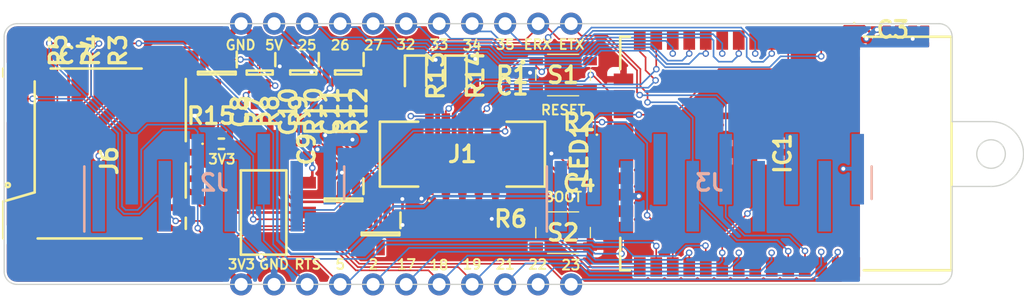
<source format=kicad_pcb>
(kicad_pcb (version 20211014) (generator pcbnew)
  (layers (0 "F.Cu" signal) (31 "B.Cu" signal) (34 "B.Paste" user) (35 "F.Paste" user) (36 "B.SilkS" user "B.Silkscreen") (37 "F.SilkS" user "F.Silkscreen") (38 "B.Mask" user) (39 "F.Mask" user) (44 "Edge.Cuts" user))
  (net 0 "")
  (net 1 "GND")
  (net 2 "RESET")
  (net 3 "+3V3")
  (net 4 "+5V")
  (net 5 "+LDO_3V3")
  (net 7 "GPIO39")
  (net 8 "GPIO34")
  (net 9 "GPIO35")
  (net 10 "GPIO32")
  (net 11 "GPIO33")
  (net 12 "GPIO25")
  (net 13 "GPIO26")
  (net 14 "GPIO27")
  (net 15 "TMS")
  (net 16 "TDI")
  (net 17 "TCK")
  (net 24 "TDO")
  (net 25 "GPIO02")
  (net 26 "Net-(IC1-Pad25)")
  (net 27 "GPIO04")
  (net 28 "GPIO16")
  (net 29 "GPIO17")
  (net 30 "GPIO05")
  (net 31 "GPIO18")
  (net 32 "GPIO19")
  (net 34 "GPIO21")
  (net 35 "TX")
  (net 36 "RX")
  (net 37 "GPIO22")
  (net 38 "GPIO23")
  (net 39 "Net-(IC2-Pad1)")
  (net 40 "+ext_3V3")
  (net 41 "Net-(IC4-Pad1)")
  (net 42 "Net-(IC5-Pad1)")
  (net 43 "+ext_5V")
  (net 44 "FLP_GPIO_0")
  (net 45 "GPIO36")
  (net 46 "GPIO017")
  (net 49 "Net-(J6-Pad2)")
  (net 50 "Net-(J6-Pad3)")
  (net 51 "Net-(J6-Pad5)")
  (net 54 "Net-(LED1-Pad3)")
  (net 55 "Net-(LED2-Pad2)")
  (net 56 "Net-(LED3-Pad2)")
  (net 57 "Net-(LED4-Pad1)")
  (net 58 "Net-(R7-Pad2)")
  (net 59 "Net-(R9-Pad2)")
  (net 60 "Net-(R11-Pad2)")
  (footprint "Libraries:RESC1005X40N" (layer "F.Cu") (at 134.96 96.59 90)
    (fp_text reference "R10")
    (fp_text value "100K" hide)
  )
  (footprint "Libraries:RESC1005X40N" (layer "F.Cu") (at 127.05 96.95)
    (fp_text reference "R15")
    (fp_text value "1K" hide)
  )
  (footprint "Libraries:RESC1005X40N" (layer "F.Cu") (at 150.11 104.89 180)
    (fp_text reference "R6")
    (fp_text value "10k" hide)
  )
  (footprint "Libraries:CAPC1005X55N" (layer "F.Cu") (at 116.54 92.27 180)
    (fp_text reference "C7")
    (fp_text value "100n" hide)
  )
  (footprint "Libraries:RESC1005X40N" (layer "F.Cu") (at 115.3 91.9 -90)
    (fp_text reference "R5")
    (fp_text value "1K" hide)
  )
  (footprint "SamacSys_Parts:SOT96P240X120-3N" (layer "F.Cu") (at 127.5 93.65 -90)
    (fp_text reference "IC2" hide)
    (fp_text value "DMP1045U-7" hide)
  )
  (footprint "SamacSys_Parts:SOT96P240X120-3N" (layer "F.Cu") (at 137.25 103.425 -90)
    (fp_text reference "IC4" hide)
    (fp_text value "DMP1045U-7" hide)
  )
  (footprint "Connector_PinHeader_2.54mm:PinHeader_1x11_P2.54mm_Vertical" (layer "F.Cu") (at 129.37 109.94 90)
    (fp_text reference "J4" hide)
    (fp_text value "Conn_01x11" hide)
  )
  (footprint "Libraries:CAPC1005X55N" (layer "F.Cu") (at 136.225 96.6 90)
    (fp_text reference "C11")
    (fp_text value "100n" hide)
  )
  (footprint "SamacSys_Parts:CAPC1005X80N" (layer "F.Cu") (at 181.525 90.35 180)
    (fp_text reference "C2" hide)
    (fp_text value "22uF" hide)
  )
  (footprint "Libraries:503398-1892" (layer "F.Cu") (at 111.06 106.4 90)
    (fp_text reference "J6")
    (fp_text value "503398-1892" hide)
  )
  (footprint "Libraries:WS2812B2020" (layer "F.Cu") (at 155.4 99.8 90)
    (fp_text reference "LED1")
    (fp_text value "WS2812B-2020" hide)
  )
  (footprint "Libraries:RESC1005X40N" (layer "F.Cu") (at 117.82 91.9 -90)
    (fp_text reference "R4")
    (fp_text value "1K" hide)
  )
  (footprint "SamacSys_Parts:CAPC1005X70N" (layer "F.Cu") (at 133.1 99.5 -90)
    (fp_text reference "C6" hide)
    (fp_text value "10uF" hide)
  )
  (footprint "Libraries:ESP32WROOM32EN4" (layer "F.Cu") (at 171.3 99.85 -90)
    (fp_text reference "IC1")
    (fp_text value "ESP32-WROOM-32E-N4" hide)
  )
  (footprint "SamacSys_Parts:19217R6CAL1M2VY3T" (layer "F.Cu") (at 127.85 99.1 180)
    (fp_text reference "LED4" hide)
    (fp_text value "3V3" hide)
  )
  (footprint "Libraries:RESC1005X40N" (layer "F.Cu") (at 155.4 97.43 180)
    (fp_text reference "R2")
    (fp_text value "220" hide)
  )
  (footprint "Libraries:322010030000" (layer "F.Cu") (at 146.4 99.9)
    (fp_text reference "J1")
    (fp_text value "3220-10-0300-00" hide)
  )
  (footprint "SamacSys_Parts:CAPC1005X80N" (layer "F.Cu") (at 126.1 102.25 -90)
    (fp_text reference "C5" hide)
    (fp_text value "22uF" hide)
  )
  (footprint "SamacSys_Parts:SOT96P240X120-3N" (layer "F.Cu") (at 140.1 106.05 -90)
    (fp_text reference "IC5" hide)
    (fp_text value "DMP1045U-7" hide)
  )
  (footprint "SamacSys_Parts:LEDC1608X50N" (layer "F.Cu") (at 142.8 93.85 -90)
    (fp_text reference "LED2" hide)
    (fp_text value "TX" hide)
  )
  (footprint "Libraries:SKRPABE010" (layer "F.Cu") (at 154.15 105.95)
    (fp_text reference "S2")
    (fp_text value "SKRPABE010" hide)
  )
  (footprint "Libraries:CAPC1005X55N" (layer "F.Cu") (at 155.39 102.15)
    (fp_text reference "C4")
    (fp_text value "100nF" hide)
  )
  (footprint "SamacSys_Parts:SOT230P700X180-4N" (layer "F.Cu") (at 131.1 104.4 180)
    (fp_text reference "IC3" hide)
    (fp_text value "AZ1117H-3.3TRE1" hide)
  )
  (footprint "Libraries:CAPC1005X55N" (layer "F.Cu") (at 179.525 90.3)
    (fp_text reference "C3")
    (fp_text value "100n" hide)
  )
  (footprint "Libraries:CAPC1005X55N" (layer "F.Cu") (at 129.29 96.62 90)
    (fp_text reference "C8")
    (fp_text value "100n" hide)
  )
  (footprint "SamacSys_Parts:SOT65P210X110-6N" (layer "F.Cu") (at 137.6 93.6 -90)
    (fp_text reference "U3" hide)
    (fp_text value "MMDT2907A-7-F" hide)
  )
  (footprint "Libraries:SKRPABE010" (layer "F.Cu") (at 154.15 93.8)
    (fp_text reference "S1")
    (fp_text value "SKRPABE010" hide)
  )
  (footprint "Libraries:RESC1005X40N" (layer "F.Cu") (at 150.25 93.8)
    (fp_text reference "R1")
    (fp_text value "10k" hide)
  )
  (footprint "Libraries:CAPC1005X55N" (layer "F.Cu") (at 134.42 99.51 -90)
    (fp_text reference "C9")
    (fp_text value "100n" hide)
  )
  (footprint "Libraries:RESC1005X40N" (layer "F.Cu") (at 131.61 96.6 90)
    (fp_text reference "R8")
    (fp_text value "100K" hide)
  )
  (footprint "Connector_PinHeader_2.54mm:PinHeader_1x11_P2.54mm_Vertical" (layer "F.Cu") (at 129.37 89.84 90)
    (fp_text reference "J5" hide)
    (fp_text value "Conn_01x11" hide)
  )
  (footprint "Libraries:RESC1005X40N" (layer "F.Cu") (at 138.4 96.6 90)
    (fp_text reference "R12")
    (fp_text value "100K" hide)
  )
  (footprint "Libraries:CAPC1005X60N" (layer "F.Cu") (at 150.23 94.69 180)
    (fp_text reference "C1")
    (fp_text value "1u" hide)
  )
  (footprint "Libraries:RESC1005X40N" (layer "F.Cu") (at 137.2 96.6 90)
    (fp_text reference "R11")
    (fp_text value "100K" hide)
  )
  (footprint "Libraries:CAPC1005X55N" (layer "F.Cu") (at 133 96.625 90)
    (fp_text reference "C10")
    (fp_text value "100n" hide)
  )
  (footprint "Libraries:RESC1005X40N" (layer "F.Cu") (at 144.35 93.85 -90)
    (fp_text reference "R13")
    (fp_text value "1K" hide)
  )
  (footprint "Libraries:RESC1005X40N" (layer "F.Cu") (at 147.4 93.8 -90)
    (fp_text reference "R14")
    (fp_text value "1K" hide)
  )
  (footprint "SamacSys_Parts:SOT65P210X110-6N" (layer "F.Cu") (at 134.15 93.6 -90)
    (fp_text reference "U2" hide)
    (fp_text value "MMDT2907A-7-F" hide)
  )
  (footprint "Libraries:RESC1005X40N" (layer "F.Cu") (at 133.79 96.59 90)
    (fp_text reference "R9")
    (fp_text value "100K" hide)
  )
  (footprint "SamacSys_Parts:SOT65P210X110-6N" (layer "F.Cu") (at 130.8 93.61 -90)
    (fp_text reference "U1" hide)
    (fp_text value "MMDT2907A-7-F" hide)
  )
  (footprint "Libraries:RESC1005X40N" (layer "F.Cu") (at 119.9 91.91 -90)
    (fp_text reference "R3")
    (fp_text value "1K" hide)
  )
  (footprint "Libraries:RESC1005X40N" (layer "F.Cu") (at 130.41 96.61 90)
    (fp_text reference "R7")
    (fp_text value "100K" hide)
  )
  (footprint "SamacSys_Parts:LEDC1608X50N" (layer "F.Cu") (at 145.9 93.85 -90)
    (fp_text reference "LED3" hide)
    (fp_text value "RX" hide)
  )
  (footprint "Libraries:HUSRSP10W66P254_2500X250X850P" (layer "B.Cu") (at 165.4 102.1)
    (fp_text reference "J3")
    (fp_text value "DZ254S-11-10-48" hide)
  )
  (footprint "Libraries:HUSRSP8W66P254_2000X250X850P" (layer "B.Cu") (at 127.3 102.1)
    (fp_text reference "J2")
    (fp_text value "X6511WVS-08H-C60D48R2" hide)
  )
  (gr_arc locked (start 112.13 109.94) (mid 111.422893 109.647107) (end 111.13 108.94) (layer "Edge.Cuts") (width 0.1))
  (gr_line locked (start 184.09 108.94) (end 184.09 102.39) (layer "Edge.Cuts") (width 0.1))
  (gr_line locked (start 184.09 97.39) (end 184.09 90.84) (layer "Edge.Cuts") (width 0.1))
  (gr_line locked (start 128.365 89.84) (end 112.13 89.84) (layer "Edge.Cuts") (width 0.1))
  (gr_arc locked (start 184.09 108.94) (mid 183.797107 109.647107) (end 183.09 109.94) (layer "Edge.Cuts") (width 0.1))
  (gr_line locked (start 183.09 89.84) (end 155.765 89.84) (layer "Edge.Cuts") (width 0.1))
  (gr_line (start 128.365 109.94) (end 155.765 109.94) (layer "Edge.Cuts") (width 0.1))
  (gr_arc locked (start 111.13 90.84) (mid 111.422893 90.132893) (end 112.13 89.84) (layer "Edge.Cuts") (width 0.1))
  (gr_circle locked (center 187.09 99.89) (end 188.19 99.89) (layer "Edge.Cuts") (width 0.1) (fill none))
  (gr_line locked (start 111.13 90.84) (end 111.13 108.94) (layer "Edge.Cuts") (width 0.1))
  (gr_arc locked (start 187.09 97.39) (mid 189.59 99.89) (end 187.09 102.39) (layer "Edge.Cuts") (width 0.1))
  (gr_arc locked (start 183.09 89.84) (mid 183.797107 90.132893) (end 184.09 90.84) (layer "Edge.Cuts") (width 0.1))
  (gr_line locked (start 184.09 102.39) (end 187.09 102.39) (layer "Edge.Cuts") (width 0.1))
  (gr_line (start 128.385 89.84) (end 155.765 89.84) (layer "Edge.Cuts") (width 0.1))
  (gr_line locked (start 155.765 109.94) (end 183.09 109.94) (layer "Edge.Cuts") (width 0.1))
  (gr_line locked (start 187.09 97.39) (end 184.09 97.39) (layer "Edge.Cuts") (width 0.1))
  (gr_line locked (start 112.13 109.94) (end 128.365 109.94) (layer "Edge.Cuts") (width 0.1))
  (gr_text "25" (at 134.45 91.5) (layer "F.SilkS") (effects (font (size 0.75 0.75))))
  (gr_text "17" (at 142.1 108.4) (layer "F.SilkS") (effects (font (size 0.75 0.75))))
  (gr_text "3V3" (at 127.89 100.29) (layer "F.SilkS") (effects (font (size 0.75 0.75))))
  (gr_text "GND" (at 131.9 108.4) (layer "F.SilkS") (effects (font (size 0.75 0.75))))
  (gr_text "19" (at 147.15 108.4) (layer "F.SilkS") (effects (font (size 0.75 0.75))))
  (gr_text "33" (at 144.6 91.45) (layer "F.SilkS") (effects (font (size 0.75 0.75))))
  (gr_text "ERX" (at 152.2 91.45) (layer "F.SilkS") (effects (font (size 0.75 0.75))))
  (gr_text "23" (at 154.75 108.45) (layer "F.SilkS") (effects (font (size 0.75 0.75))))
  (gr_text "27" (at 139.55 91.5) (layer "F.SilkS") (effects (font (size 0.75 0.75))))
  (gr_text "34" (at 147.15 91.5) (layer "F.SilkS") (effects (font (size 0.75 0.75))))
  (gr_text "35" (at 149.7 91.45) (layer "F.SilkS") (effects (font (size 0.75 0.75))))
  (gr_text "BOOT" (at 154.15 103.2) (layer "F.SilkS") (effects (font (size 0.75 0.75))))
  (gr_text "RTS" (at 134.5 108.4) (layer "F.SilkS") (effects (font (size 0.75 0.75))))
  (gr_text "GND" (at 129.33 91.49) (layer "F.SilkS") (effects (font (size 0.75 0.75))))
  (gr_text "5" (at 137 108.4) (layer "F.SilkS") (effects (font (size 0.75 0.75))))
  (gr_text "2" (at 139.55 108.4) (layer "F.SilkS") (effects (font (size 0.75 0.75))))
  (gr_text "21" (at 149.7 108.4) (layer "F.SilkS") (effects (font (size 0.75 0.75))))
  (gr_text "3V3" (at 129.4 108.4) (layer "F.SilkS") (effects (font (size 0.75 0.75))))
  (gr_text "26" (at 137 91.5) (layer "F.SilkS") (effects (font (size 0.75 0.75))))
  (gr_text "ETX" (at 154.8 91.45) (layer "F.SilkS") (effects (font (size 0.75 0.75))))
  (gr_text "22" (at 152.2 108.4) (layer "F.SilkS") (effects (font (size 0.75 0.75))))
  (gr_text "5V" (at 131.9 91.5) (layer "F.SilkS") (effects (font (size 0.75 0.75))))
  (gr_text "18" (at 144.6 108.45) (layer "F.SilkS") (effects (font (size 0.75 0.75))))
  (gr_text "32" (at 142.05 91.45) (layer "F.SilkS") (effects (font (size 0.75 0.75))))
  (gr_text "RESET" (at 154.15 96.5) (layer "F.SilkS") (effects (font (size 0.75 0.75))))
  (segment (start 134.285 99.05) (end 134.275 99.04) (width 0.3) (layer "F.Cu") (net 1))
  (segment (start 134.77 99.05) (end 134.285 99.05) (width 0.3) (layer "F.Cu") (net 1))
  (segment (start 135.25 99.53) (end 134.77 99.05) (width 0.3) (layer "F.Cu") (net 1))
  (via (at 175.72 101.025) (size 0.5) (drill 0.3) (layers "F.Cu" "B.Cu") (net 1))
  (via (at 159.98 103.14) (size 0.5) (drill 0.3) (layers "F.Cu" "B.Cu") (net 1))
  (via (at 135.84 98.44) (size 0.5) (drill 0.3) (layers "F.Cu" "B.Cu") (net 1))
  (via (at 178.3 90.3) (size 0.5) (drill 0.3) (layers "F.Cu" "B.Cu") (net 1))
  (via (at 137.94 98.78) (size 0.5) (drill 0.3) (layers "F.Cu" "B.Cu") (net 1))
  (via (at 135.25 99.53) (size 0.5) (drill 0.3) (layers "F.Cu" "B.Cu") (net 1))
  (via (at 177.5 91) (size 0.5) (drill 0.3) (layers "F.Cu" "B.Cu") (net 1))
  (segment (start 135.84 98.46) (end 136.19 98.81) (width 0.3) (layer "B.Cu") (net 1))
  (segment (start 178.3 90.3) (end 178.2 90.3) (width 0.4) (layer "B.Cu") (net 1))
  (segment (start 136.22 98.78) (end 136.19 98.81) (width 0.3) (layer "B.Cu") (net 1))
  (segment (start 136.19 101.06) (end 136.19 99.72) (width 0.5) (layer "B.Cu") (net 1))
  (segment (start 178.2 90.3) (end 177.5 91) (width 0.4) (layer "B.Cu") (net 1))
  (segment (start 136.19 99.72) (end 136 99.53) (width 0.5) (layer "B.Cu") (net 1))
  (segment (start 175.72 101.025) (end 176.795 101.025) (width 0.3) (layer "B.Cu") (net 1))
  (segment (start 176.795 101.025) (end 176.83 101.06) (width 0.2) (layer "B.Cu") (net 1))
  (segment (start 136.19 101.06) (end 136.19 98.865) (width 0.2) (layer "B.Cu") (net 1))
  (segment (start 136.19 98.81) (end 136.19 98.865) (width 0.3) (layer "B.Cu") (net 1))
  (segment (start 135.84 98.44) (end 135.84 98.46) (width 0.3) (layer "B.Cu") (net 1))
  (segment (start 136.19 98.81) (end 136.19 101.06) (width 0.2) (layer "B.Cu") (net 1))
  (segment (start 159.05 103.14) (end 159.98 103.14) (width 0.5) (layer "B.Cu") (net 1))
  (segment (start 137.94 98.78) (end 136.22 98.78) (width 1) (layer "B.Cu") (net 1))
  (segment (start 136 99.53) (end 135.25 99.53) (width 0.5) (layer "B.Cu") (net 1))
  (segment (start 159.085 103.175) (end 159.05 103.14) (width 0.2) (layer "B.Cu") (net 1))
  (segment (start 152.075 92.725) (end 150.775 92.725) (width 0.127) (layer "F.Cu") (net 2))
  (segment (start 152.075 93.115) (end 152.075 92.725) (width 0.127) (layer "F.Cu") (net 2))
  (segment (start 149.7 94.62) (end 149.77 94.69) (width 0.127) (layer "F.Cu") (net 2))
  (segment (start 150.775 92.725) (end 149.7 93.8) (width 0.127) (layer "F.Cu") (net 2))
  (segment (start 149.77 98.06) (end 149.77 94.69) (width 0.127) (layer "F.Cu") (net 2))
  (segment (start 174.02 91.1) (end 174.02 92.36) (width 0.127) (layer "F.Cu") (net 2))
  (segment (start 152.51 93.55) (end 152.075 93.115) (width 0.127) (layer "F.Cu") (net 2))
  (segment (start 149.685 98.135) (end 148.94 98.135) (width 0.127) (layer "F.Cu") (net 2))
  (segment (start 149.675 93.8) (end 149.7 93.8) (width 0.2) (layer "F.Cu") (net 2))
  (segment (start 149.7 93.8) (end 149.7 94.62) (width 0.127) (layer "F.Cu") (net 2))
  (segment (start 149.69 98.14) (end 149.77 98.06) (width 0.127) (layer "F.Cu") (net 2))
  (via (at 149.69 98.14) (size 0.5) (drill 0.3) (layers "F.Cu" "B.Cu") (net 2))
  (via (at 152.51 93.55) (size 0.5) (drill 0.3) (layers "F.Cu" "B.Cu") (net 2))
  (via (at 174.02 92.36) (size 0.5) (drill 0.3) (layers "F.Cu" "B.Cu") (net 2))
  (segment (start 152.51 93.55) (end 152.8224 93.2376) (width 0.127) (layer "B.Cu") (net 2))
  (segment (start 133.65 103.7) (end 133.65 103.14) (width 0.127) (layer "B.Cu") (net 2))
  (segment (start 134.15 104.2) (end 133.65 103.7) (width 0.127) (layer "B.Cu") (net 2))
  (segment (start 170.05 93.2) (end 170.89 92.36) (width 0.127) (layer "B.Cu") (net 2))
  (segment (start 136.53 104.2) (end 134.15 104.2) (width 0.127) (layer "B.Cu") (net 2))
  (segment (start 157.071516 91.92408) (end 160.739977 91.92408) (width 0.127) (layer "B.Cu") (net 2))
  (segment (start 152.8224 93.2376) (end 155.757993 93.2376) (width 0.127) (layer "B.Cu") (net 2))
  (segment (start 149.6625 98.1125) (end 142.6175 98.1125) (width 0.127) (layer "B.Cu") (net 2))
  (segment (start 142.6175 98.1125) (end 136.53 104.2) (width 0.127) (layer "B.Cu") (net 2))
  (segment (start 155.757993 93.2376) (end 157.071516 91.92408) (width 0.127) (layer "B.Cu") (net 2))
  (segment (start 170.89 92.36) (end 174.02 92.36) (width 0.127) (layer "B.Cu") (net 2))
  (segment (start 160.739977 91.92408) (end 162.015897 93.2) (width 0.127) (layer "B.Cu") (net 2))
  (segment (start 149.69 98.14) (end 149.6625 98.1125) (width 0.127) (layer "B.Cu") (net 2))
  (segment (start 162.015897 93.2) (end 170.05 93.2) (width 0.127) (layer "B.Cu") (net 2))
  (segment (start 116.09 95.96) (end 113.12 98.93) (width 0.2) (layer "F.Cu") (net 3))
  (segment (start 113.12 98.93) (end 112.46 98.93) (width 0.2) (layer "F.Cu") (net 3))
  (segment (start 155.39 103.12) (end 154.95 103.12) (width 0.2) (layer "F.Cu") (net 3))
  (segment (start 147.4 92.57) (end 147.39 92.56) (width 0.2) (layer "F.Cu") (net 3))
  (segment (start 175.29 91.69) (end 175.29 91.1) (width 0.2) (layer "F.Cu") (net 3))
  (segment (start 155.95 100.715) (end 155.525 101.14) (width 0.2) (layer "F.Cu") (net 3))
  (segment (start 155.34 101.525) (end 153.95 101.525) (width 0.2) (layer "F.Cu") (net 3))
  (segment (start 131.82 92.61) (end 131.45 92.61) (width 0.2) (layer "F.Cu") (net 3))
  (segment (start 155.85 102.66) (end 155.39 103.12) (width 0.2) (layer "F.Cu") (net 3))
  (segment (start 175.810489 90.050489) (end 175.29 90.570978) (width 0.2) (layer "F.Cu") (net 3))
  (segment (start 179.985 90.3) (end 181.015 90.3) (width 0.5) (layer "F.Cu") (net 3))
  (segment (start 181.06 91.01) (end 181.065 91.005) (width 0.2) (layer "F.Cu") (net 3))
  (segment (start 143.25 103.325) (end 143.86 102.715) (width 0.2) (layer "F.Cu") (net 3))
  (segment (start 179.664511 90.909511) (end 178.180489 90.909511) (width 0.2) (layer "F.Cu") (net 3))
  (segment (start 153.95 101.525) (end 153.25 100.825) (width 0.2) (layer "F.Cu") (net 3))
  (segment (start 134.79 92.61) (end 134.8 92.6) (width 0.2) (layer "F.Cu") (net 3))
  (segment (start 179.985 90.3) (end 179.985 90.589022) (width 0.2) (layer "F.Cu") (net 3))
  (segment (start 116.09 91.47) (end 116.09 95.96) (width 0.2) (layer "F.Cu") (net 3))
  (segment (start 141.79 103.37) (end 141.79 105.3625) (width 0.2) (layer "F.Cu") (net 3))
  (segment (start 147.4 93.25) (end 147.4 92.57) (width 0.2) (layer "F.Cu") (net 3))
  (segment (start 179.985 90.589022) (end 179.664511 90.909511) (width 0.2) (layer "F.Cu") (net 3))
  (segment (start 178.180489 90.909511) (end 177.321467 90.050489) (width 0.2) (layer "F.Cu") (net 3))
  (segment (start 132.34 93.13) (end 131.82 92.61) (width 0.2) (layer "F.Cu") (net 3))
  (segment (start 141.78 103.36) (end 141.79 103.37) (width 0.2) (layer "F.Cu") (net 3))
  (segment (start 151.43 93.8) (end 151.61 93.62) (width 0.2) (layer "F.Cu") (net 3))
  (segment (start 116.1 91.46) (end 116.09 91.47) (width 0.2) (layer "F.Cu") (net 3))
  (segment (start 136.29 102.16) (end 136.29 102.375) (width 0.2) (layer "F.Cu") (net 3))
  (segment (start 150.785 93.815) (end 150.8 93.8) (width 0.127) (layer "F.Cu") (net 3))
  (segment (start 143.86 102.715) (end 143.86 101.665) (width 0.2) (layer "F.Cu") (net 3))
  (segment (start 126.54 96.91) (end 126.5 96.95) (width 0.2) (layer "F.Cu") (net 3))
  (segment (start 181.065 91.005) (end 181.065 90.35) (width 0.2) (layer "F.Cu") (net 3))
  (segment (start 134.79 93.57) (end 134.79 92.61) (width 0.2) (layer "F.Cu") (net 3))
  (segment (start 144.35 92.64) (end 144.34 92.63) (width 0.2) (layer "F.Cu") (net 3))
  (segment (start 126.54 92.6) (end 126.54 96.91) (width 0.2) (layer "F.Cu") (net 3))
  (segment (start 177.321467 90.050489) (end 175.810489 90.050489) (width 0.2) (layer "F.Cu") (net 3))
  (segment (start 175.29 90.570978) (end 175.29 91.1) (width 0.2) (layer "F.Cu") (net 3))
  (segment (start 155.85 102.15) (end 155.85 102.66) (width 0.2) (layer "F.Cu") (net 3))
  (segment (start 155.85 102.15) (end 155.85 100.815) (width 0.2) (layer "F.Cu") (net 3))
  (segment (start 155.85 100.815) (end 155.95 100.715) (width 0.2) (layer "F.Cu") (net 3))
  (segment (start 150.8 93.8) (end 151.43 93.8) (width 0.2) (layer "F.Cu") (net 3))
  (segment (start 144.35 93.3) (end 144.35 92.64) (width 0.2) (layer "F.Cu") (net 3))
  (segment (start 125.8 96.95) (end 126.5 96.95) (width 0.2) (layer "F.Cu") (net 3))
  (segment (start 155.525 101.14) (end 155.525 101.34) (width 0.2) (layer "F.Cu") (net 3))
  (segment (start 149.56 104.89) (end 148.66 104.89) (width 0.2) (layer "F.Cu") (net 3))
  (segment (start 155.525 101.34) (end 155.34 101.525) (width 0.2) (layer "F.Cu") (net 3))
  (segment (start 137.125 101.325) (end 136.29 102.16) (width 0.2) (layer "F.Cu") (net 3))
  (segment (start 181.015 90.3) (end 181.065 90.35) (width 0.2) (layer "F.Cu") (net 3))
  (segment (start 153.25 100.825) (end 153.25 99.85) (width 0.2) (layer "F.Cu") (net 3))
  (via (at 141.79 105.3625) (size 0.5) (drill 0.3) (layers "F.Cu" "B.Cu") (net 3))
  (via (at 181.06 91.01) (size 0.5) (drill 0.3) (layers "F.Cu" "B.Cu") (net 3))
  (via (at 137.125 101.325) (size 0.5) (drill 0.3) (layers "F.Cu" "B.Cu") (net 3))
  (via (at 148.66 104.89) (size 0.5) (drill 0.3) (layers "F.Cu" "B.Cu") (net 3))
  (via (at 153.25 99.85) (size 0.5) (drill 0.3) (layers "F.Cu" "B.Cu") (net 3))
  (via (at 141.78 103.36) (size 0.5) (drill 0.3) (layers "F.Cu" "B.Cu") (net 3))
  (via (at 143.25 103.325) (size 0.5) (drill 0.3) (layers "F.Cu" "B.Cu") (net 3))
  (via (at 125.8 96.95) (size 0.5) (drill 0.3) (layers "F.Cu" "B.Cu") (net 3))
  (via (at 144.34 92.63) (size 0.5) (drill 0.3) (layers "F.Cu" "B.Cu") (net 3))
  (via (at 154.95 103.12) (size 0.5) (drill 0.3) (layers "F.Cu" "B.Cu") (net 3))
  (via (at 132.34 93.13) (size 0.5) (drill 0.3) (layers "F.Cu" "B.Cu") (net 3))
  (via (at 134.79 93.57) (size 0.5) (drill 0.3) (layers "F.Cu" "B.Cu") (net 3))
  (via (at 147.39 92.56) (size 0.5) (drill 0.3) (layers "F.Cu" "B.Cu") (net 3))
  (via (at 151.61 93.62) (size 0.5) (drill 0.3) (layers "F.Cu" "B.Cu") (net 3))
  (via (at 116.1 91.46) (size 0.5) (drill 0.3) (layers "F.Cu" "B.Cu") (net 3))
  (segment (start 132.34 93.13) (end 132.78 93.57) (width 0.2) (layer "B.Cu") (net 3))
  (segment (start 131.665 109.84) (end 131.91 109.84) (width 0.2) (layer "B.Cu") (net 3))
  (segment (start 132.78 93.57) (end 134.79 93.57) (width 0.2) (layer "B.Cu") (net 3))
  (segment (start 136.625 91.8) (end 138.05 91.8) (width 0.2) (layer "F.Cu") (net 4))
  (segment (start 134.16 102.06) (end 134.2 102.1) (width 0.2) (layer "F.Cu") (net 4))
  (segment (start 134.29 99.975) (end 134.275 99.96) (width 0.2) (layer "F.Cu") (net 4))
  (segment (start 136.4 92.025) (end 136.625 91.8) (width 0.2) (layer "F.Cu") (net 4))
  (segment (start 133.81 99.96) (end 134.275 99.96) (width 0.2) (layer "F.Cu") (net 4))
  (segment (start 134.85 100.96) (end 134.85 101.59) (width 0.2) (layer "F.Cu") (net 4))
  (segment (start 138.25 92) (end 138.25 92.6) (width 0.2) (layer "F.Cu") (net 4))
  (segment (start 132.92 100.14) (end 133.1 99.96) (width 0.2) (layer "F.Cu") (net 4))
  (segment (start 139.14 104.365) (end 138.35 103.575) (width 0.2) (layer "F.Cu") (net 4))
  (segment (start 133.1 99.96) (end 133.81 99.96) (width 0.2) (layer "F.Cu") (net 4))
  (segment (start 138.05 91.8) (end 138.25 92) (width 0.2) (layer "F.Cu") (net 4))
  (segment (start 136.4 94.625) (end 136.4 92.025) (width 0.2) (layer "F.Cu") (net 4))
  (segment (start 132.92 103) (end 132.92 100.14) (width 0.2) (layer "F.Cu") (net 4))
  (segment (start 134.85 100.96) (end 134.85 100.535) (width 0.2) (layer "F.Cu") (net 4))
  (segment (start 134.85 100.535) (end 134.275 99.96) (width 0.2) (layer "F.Cu") (net 4))
  (segment (start 134.85 101.59) (end 134.34 102.1) (width 0.2) (layer "F.Cu") (net 4))
  (segment (start 136.2 94.825) (end 136.4 94.625) (width 0.2) (layer "F.Cu") (net 4))
  (segment (start 138.35 103.575) (end 133.495 103.575) (width 0.2) (layer "F.Cu") (net 4))
  (segment (start 139.14 105) (end 139.14 104.365) (width 0.2) (layer "F.Cu") (net 4))
  (segment (start 134.34 102.1) (end 134.2 102.1) (width 0.2) (layer "F.Cu") (net 4))
  (segment (start 133.495 103.575) (end 132.92 103) (width 0.2) (layer "F.Cu") (net 4))
  (via (at 134.85 100.96) (size 0.5) (drill 0.3) (layers "F.Cu" "B.Cu") (net 4))
  (via (at 136.2 94.825) (size 0.5) (drill 0.3) (layers "F.Cu" "B.Cu") (net 4))
  (segment (start 132.20952 90.13952) (end 131.91 90.13952) (width 0.2) (layer "B.Cu") (net 4))
  (segment (start 133.81 97.215) (end 136.2 94.825) (width 0.2) (layer "B.Cu") (net 4))
  (segment (start 133.81 98.05) (end 133.81 97.215) (width 0.2) (layer "B.Cu") (net 4))
  (segment (start 133.81 99.16) (end 133.81 98.05) (width 0.2) (layer "B.Cu") (net 4))
  (segment (start 136.2 94.825) (end 136.2 94.13) (width 0.2) (layer "B.Cu") (net 4))
  (segment (start 136.2 94.13) (end 132.20952 90.13952) (width 0.2) (layer "B.Cu") (net 4))
  (segment (start 134.85 100.96) (end 134.85 100.2) (width 0.2) (layer "B.Cu") (net 4))
  (segment (start 134.85 100.2) (end 133.81 99.16) (width 0.2) (layer "B.Cu") (net 4))
  (segment (start 133.71 104.4) (end 134.2 104.4) (width 0.2) (layer "F.Cu") (net 5))
  (segment (start 133.5 94.6) (end 133.5 95.15) (width 0.2) (layer "F.Cu") (net 5))
  (segment (start 134.2 104.4) (end 132.29 104.4) (width 0.2) (layer "F.Cu") (net 5))
  (segment (start 126.1 102.71) (end 126.1 103.775) (width 0.2) (layer "F.Cu") (net 5))
  (segment (start 126.725 104.4) (end 128 104.4) (width 0.2) (layer "F.Cu") (net 5))
  (segment (start 132.33 96.81) (end 132.33 103.02) (width 0.2) (layer "F.Cu") (net 5))
  (segment (start 133.5 95.15) (end 133 95.65) (width 0.2) (layer "F.Cu") (net 5))
  (segment (start 134.275 104.475) (end 134.2 104.4) (width 0.2) (layer "F.Cu") (net 5))
  (segment (start 132.975 96.165) (end 132.33 96.81) (width 0.2) (layer "F.Cu") (net 5))
  (segment (start 126.1 103.775) (end 126.725 104.4) (width 0.2) (layer "F.Cu") (net 5))
  (segment (start 137.25 104.475) (end 134.275 104.475) (width 0.2) (layer "F.Cu") (net 5))
  (segment (start 132.29 104.4) (end 128 104.4) (width 0.2) (layer "F.Cu") (net 5))
  (segment (start 132.33 103.02) (end 133.71 104.4) (width 0.2) (layer "F.Cu") (net 5))
  (segment (start 133 95.65) (end 133 96.165) (width 0.2) (layer "F.Cu") (net 5))
  (segment (start 133 96.165) (end 132.975 96.165) (width 0.2) (layer "F.Cu") (net 5))
  (segment (start 170.72 93.35) (end 171.48 92.59) (width 0.127) (layer "F.Cu") (net 7))
  (segment (start 166.14 93.35) (end 170.72 93.35) (width 0.127) (layer "F.Cu") (net 7))
  (segment (start 171.48 92.59) (end 171.48 91.1) (width 0.127) (layer "F.Cu") (net 7))
  (segment (start 162.63 96.86) (end 166.14 93.35) (width 0.127) (layer "F.Cu") (net 7))
  (segment (start 159.98 96.86) (end 162.63 96.86) (width 0.127) (layer "F.Cu") (net 7))
  (via (at 159.98 96.86) (size 0.5) (drill 0.3) (layers "F.Cu" "B.Cu") (net 7))
  (segment (start 157 96.86) (end 156.61 97.25) (width 0.127) (layer "B.Cu") (net 7))
  (segment (start 156.61 100.96) (end 156.51 101.06) (width 0.127) (layer "B.Cu") (net 7))
  (segment (start 156.61 97.25) (end 156.61 100.96) (width 0.127) (layer "B.Cu") (net 7))
  (segment (start 159.98 96.86) (end 157 96.86) (width 0.127) (layer "B.Cu") (net 7))
  (segment (start 170.21 92.1435) (end 170.21 91.1) (width 0.127) (layer "F.Cu") (net 8))
  (via (at 170.21 92.1435) (size 0.5) (drill 0.3) (layers "F.Cu" "B.Cu") (net 8))
  (segment (start 170.21 92.1435) (end 170.1965 92.1435) (width 0.127) (layer "B.Cu") (net 8))
  (segment (start 155.128532 91.71) (end 149.87 91.71) (width 0.127) (layer "B.Cu") (net 8))
  (segment (start 168.67 92.78) (end 168.28 92.39) (width 0.127) (layer "B.Cu") (net 8))
  (segment (start 147.48698 90.44) (end 147.15 90.10302) (width 0.127) (layer "B.Cu") (net 8))
  (segment (start 168.28 90.93352) (end 167.74 90.39352) (width 0.127) (layer "B.Cu") (net 8))
  (segment (start 149.87 91.71) (end 148.6 90.44) (width 0.127) (layer "B.Cu") (net 8))
  (segment (start 170.1965 92.1435) (end 169.56 92.78) (width 0.127) (layer "B.Cu") (net 8))
  (segment (start 148.6 90.44) (end 147.48698 90.44) (width 0.127) (layer "B.Cu") (net 8))
  (segment (start 156.445012 90.39352) (end 155.128532 91.71) (width 0.127) (layer "B.Cu") (net 8))
  (segment (start 169.56 92.78) (end 168.67 92.78) (width 0.127) (layer "B.Cu") (net 8))
  (segment (start 168.28 92.39) (end 168.28 90.93352) (width 0.127) (layer "B.Cu") (net 8))
  (segment (start 167.74 90.39352) (end 156.445012 90.39352) (width 0.127) (layer "B.Cu") (net 8))
  (segment (start 168.94 92.1435) (end 168.94 91.1) (width 0.127) (layer "F.Cu") (net 9))
  (via (at 168.94 92.1435) (size 0.5) (drill 0.3) (layers "F.Cu" "B.Cu") (net 9))
  (segment (start 155.05 91.43) (end 151.01698 91.43) (width 0.127) (layer "B.Cu") (net 9))
  (segment (start 168.94 91.23) (end 167.85 90.14) (width 0.127) (layer "B.Cu") (net 9))
  (segment (start 168.94 92.1435) (end 168.94 91.23) (width 0.127) (layer "B.Cu") (net 9))
  (segment (start 167.85 90.14) (end 156.34 90.14) (width 0.127) (layer "B.Cu") (net 9))
  (segment (start 156.34 90.14) (end 155.05 91.43) (width 0.127) (layer "B.Cu") (net 9))
  (segment (start 151.01698 91.43) (end 149.69 90.10302) (width 0.127) (layer "B.Cu") (net 9))
  (segment (start 167.67 92.1435) (end 167.67 91.1) (width 0.127) (layer "F.Cu") (net 10))
  (via (at 167.67 92.1435) (size 0.5) (drill 0.3) (layers "F.Cu" "B.Cu") (net 10))
  (segment (start 165.73 92.37) (end 165.73 91.14) (width 0.127) (layer "B.Cu") (net 10))
  (segment (start 167.16 92.77) (end 166.13 92.77) (width 0.127) (layer "B.Cu") (net 10))
  (segment (start 167.67 92.26) (end 167.16 92.77) (width 0.127) (layer "B.Cu") (net 10))
  (segment (start 148.625734 91.254266) (end 144.265734 91.254266) (width 0.127) (layer "B.Cu") (net 10))
  (segment (start 155.33648 92.22352) (end 149.594988 92.22352) (width 0.127) (layer "B.Cu") (net 10))
  (segment (start 143.114488 90.10302) (end 142.07 90.10302) (width 0.127) (layer "B.Cu") (net 10))
  (segment (start 166.13 92.77) (end 165.73 92.37) (width 0.127) (layer "B.Cu") (net 10))
  (segment (start 149.594988 92.22352) (end 148.625734 91.254266) (width 0.127) (layer "B.Cu") (net 10))
  (segment (start 156.65 90.91) (end 155.33648 92.22352) (width 0.127) (layer "B.Cu") (net 10))
  (segment (start 165.5 90.91) (end 156.65 90.91) (width 0.127) (layer "B.Cu") (net 10))
  (segment (start 165.73 91.14) (end 165.5 90.91) (width 0.127) (layer "B.Cu") (net 10))
  (segment (start 167.67 92.1435) (end 167.67 92.26) (width 0.127) (layer "B.Cu") (net 10))
  (segment (start 144.265734 91.254266) (end 143.114488 90.10302) (width 0.127) (layer "B.Cu") (net 10))
  (segment (start 166.4 91.1) (end 166.4 92.1435) (width 0.127) (layer "F.Cu") (net 11))
  (via (at 166.4 92.1435) (size 0.5) (drill 0.3) (layers "F.Cu" "B.Cu") (net 11))
  (segment (start 165.68704 90.64704) (end 156.550024 90.64704) (width 0.127) (layer "B.Cu") (net 11))
  (segment (start 155.227064 91.97) (end 149.7 91.97) (width 0.127) (layer "B.Cu") (net 11))
  (segment (start 166.4 92.1435) (end 166.4 91.36) (width 0.127) (layer "B.Cu") (net 11))
  (segment (start 166.4 91.36) (end 165.68704 90.64704) (width 0.127) (layer "B.Cu") (net 11))
  (segment (start 148.73 91) (end 145.50698 91) (width 0.127) (layer "B.Cu") (net 11))
  (segment (start 145.50698 91) (end 144.61 90.10302) (width 0.127) (layer "B.Cu") (net 11))
  (segment (start 149.7 91.97) (end 148.73 91) (width 0.127) (layer "B.Cu") (net 11))
  (segment (start 156.550024 90.64704) (end 155.227064 91.97) (width 0.127) (layer "B.Cu") (net 11))
  (segment (start 165.13 92.1435) (end 165.13 91.1) (width 0.127) (layer "F.Cu") (net 12))
  (via (at 165.13 92.1435) (size 0.5) (drill 0.3) (layers "F.Cu" "B.Cu") (net 12))
  (segment (start 164.6465 92.1435) (end 163.84648 92.94352) (width 0.127) (layer "B.Cu") (net 12))
  (segment (start 163.84648 92.94352) (end 162.117948 92.94352) (width 0.127) (layer "B.Cu") (net 12))
  (segment (start 165.13 92.1435) (end 164.6465 92.1435) (width 0.127) (layer "B.Cu") (net 12))
  (segment (start 136.3 90.9) (end 135.50302 90.10302) (width 0.127) (layer "B.Cu") (net 12))
  (segment (start 149.263508 92.98408) (end 148.3 92.020572) (width 0.127) (layer "B.Cu") (net 12))
  (segment (start 162.117948 92.94352) (end 161.96944 92.795011) (width 0.127) (layer "B.Cu") (net 12))
  (segment (start 143.92852 92.020572) (end 143.518974 91.611026) (width 0.127) (layer "B.Cu") (net 12))
  (segment (start 160.844989 91.67056) (end 156.966504 91.67056) (width 0.127) (layer "B.Cu") (net 12))
  (segment (start 140.966456 91.24352) (end 139.034988 91.24352) (width 0.127) (layer "B.Cu") (net 12))
  (segment (start 139.034988 91.24352) (end 138.691468 90.9) (width 0.127) (layer "B.Cu") (net 12))
  (segment (start 148.3 92.020572) (end 143.92852 92.020572) (width 0.127) (layer "B.Cu") (net 12))
  (segment (start 141.333963 91.611026) (end 140.966456 91.24352) (width 0.127) (layer "B.Cu") (net 12))
  (segment (start 155.652982 92.98408) (end 149.263508 92.98408) (width 0.127) (layer "B.Cu") (net 12))
  (segment (start 143.518974 91.611026) (end 141.333963 91.611026) (width 0.127) (layer "B.Cu") (net 12))
  (segment (start 138.691468 90.9) (end 136.3 90.9) (width 0.127) (layer "B.Cu") (net 12))
  (segment (start 135.50302 90.10302) (end 134.45 90.10302) (width 0.127) (layer "B.Cu") (net 12))
  (segment (start 156.966504 91.67056) (end 155.652982 92.98408) (width 0.127) (layer "B.Cu") (net 12))
  (segment (start 161.96944 92.795011) (end 160.844989 91.67056) (width 0.127) (layer "B.Cu") (net 12))
  (segment (start 163.86 92.1435) (end 163.86 91.1) (width 0.127) (layer "F.Cu") (net 13))
  (via (at 163.86 92.1435) (size 0.5) (drill 0.3) (layers "F.Cu" "B.Cu") (net 13))
  (segment (start 160.95 91.41704) (end 156.861492 91.41704) (width 0.127) (layer "B.Cu") (net 13))
  (segment (start 163.86 92.15) (end 163.32 92.69) (width 0.127) (layer "B.Cu") (net 13))
  (segment (start 156.861492 91.41704) (end 155.547971 92.73056) (width 0.127) (layer "B.Cu") (net 13))
  (segment (start 144.033532 91.767052) (end 143.62 91.35352) (width 0.127) (layer "B.Cu") (net 13))
  (segment (start 143.62 91.35352) (end 141.434988 91.35352) (width 0.127) (layer "B.Cu") (net 13))
  (segment (start 155.547971 92.73056) (end 149.384964 92.73056) (width 0.127) (layer "B.Cu") (net 13))
  (segment (start 139.14 90.99) (end 138.25302 90.10302) (width 0.127) (layer "B.Cu") (net 13))
  (segment (start 148.421456 91.767052) (end 144.033532 91.767052) (width 0.127) (layer "B.Cu") (net 13))
  (segment (start 141.071468 90.99) (end 139.14 90.99) (width 0.127) (layer "B.Cu") (net 13))
  (segment (start 138.25302 90.10302) (end 136.99 90.10302) (width 0.127) (layer "B.Cu") (net 13))
  (segment (start 162.22296 92.69) (end 160.95 91.41704) (width 0.127) (layer "B.Cu") (net 13))
  (segment (start 141.434988 91.35352) (end 141.071468 90.99) (width 0.127) (layer "B.Cu") (net 13))
  (segment (start 149.384964 92.73056) (end 148.421456 91.767052) (width 0.127) (layer "B.Cu") (net 13))
  (segment (start 163.86 92.1435) (end 163.86 92.15) (width 0.127) (layer "B.Cu") (net 13))
  (segment (start 163.32 92.69) (end 162.22296 92.69) (width 0.127) (layer "B.Cu") (net 13))
  (segment (start 162.59 91.1) (end 162.59 92.1435) (width 0.127) (layer "F.Cu") (net 14))
  (via (at 162.59 92.1435) (size 0.5) (drill 0.3) (layers "F.Cu" "B.Cu") (net 14))
  (segment (start 148.526468 91.513532) (end 144.166469 91.513532) (width 0.127) (layer "B.Cu") (net 14))
  (segment (start 162.59 91.69) (end 162.06352 91.16352) (width 0.127) (layer "B.Cu") (net 14))
  (segment (start 162.06352 91.16352) (end 156.75648 91.16352) (width 0.127) (layer "B.Cu") (net 14))
  (segment (start 162.59 92.1435) (end 162.59 91.69) (width 0.127) (layer "B.Cu") (net 14))
  (segment (start 143.752937 91.1) (end 141.54 91.1) (width 0.127) (layer "B.Cu") (net 14))
  (segment (start 155.44296 92.47704) (end 149.489976 92.47704) (width 0.127) (layer "B.Cu") (net 14))
  (segment (start 140.54302 90.10302) (end 139.53 90.10302) (width 0.127) (layer "B.Cu") (net 14))
  (segment (start 144.166469 91.513532) (end 143.752937 91.1) (width 0.127) (layer "B.Cu") (net 14))
  (segment (start 156.75648 91.16352) (end 155.44296 92.47704) (width 0.127) (layer "B.Cu") (net 14))
  (segment (start 141.54 91.1) (end 140.54302 90.10302) (width 0.127) (layer "B.Cu") (net 14))
  (segment (start 149.489976 92.47704) (end 148.526468 91.513532) (width 0.127) (layer "B.Cu") (net 14))
  (segment (start 161.33 93.35) (end 161.32 93.34) (width 0.127) (layer "F.Cu") (net 15))
  (segment (start 143.86 97.09) (end 143.74 96.97) (width 0.127) (layer "F.Cu") (net 15))
  (segment (start 143.86 98.135) (end 143.86 97.09) (width 0.127) (layer "F.Cu") (net 15))
  (segment (start 161.32 93.34) (end 161.32 91.1) (width 0.127) (layer "F.Cu") (net 15))
  (segment (start 143.74 96.97) (end 142.43 96.97) (width 0.127) (layer "F.Cu") (net 15))
  (via (at 142.43 96.97) (size 0.5) (drill 0.3) (layers "F.Cu" "B.Cu") (net 15))
  (via (at 161.33 93.35) (size 0.5) (drill 0.3) (layers "F.Cu" "B.Cu") (net 15))
  (segment (start 160.16 94.52) (end 161.33 93.35) (width 0.127) (layer "B.Cu") (net 15))
  (segment (start 142.43 96.97) (end 145.66 96.97) (width 0.127) (layer "B.Cu") (net 15))
  (segment (start 145.66 96.97) (end 148.11 94.52) (width 0.127) (layer "B.Cu") (net 15))
  (segment (start 148.11 94.52) (end 160.16 94.52) (width 0.127) (layer "B.Cu") (net 15))
  (segment (start 161.27 94.21) (end 160.5 93.44) (width 0.127) (layer "F.Cu") (net 16))
  (segment (start 147.67 97) (end 147.67 98.135) (width 0.127) (layer "F.Cu") (net 16))
  (segment (start 160.05 91.99) (end 160.05 91.1) (width 0.127) (layer "F.Cu") (net 16))
  (segment (start 160.5 92.44) (end 160.05 91.99) (width 0.127) (layer "F.Cu") (net 16))
  (segment (start 148.29 96.38) (end 147.67 97) (width 0.127) (layer "F.Cu") (net 16))
  (segment (start 160.5 93.44) (end 160.5 92.44) (width 0.127) (layer "F.Cu") (net 16))
  (via (at 161.27 94.21) (size 0.5) (drill 0.3) (layers "F.Cu" "B.Cu") (net 16))
  (via (at 148.29 96.38) (size 0.5) (drill 0.3) (layers "F.Cu" "B.Cu") (net 16))
  (segment (start 149.75648 94.77352) (end 160.70648 94.77352) (width 0.127) (layer "B.Cu") (net 16))
  (segment (start 160.70648 94.77352) (end 161.27 94.21) (width 0.127) (layer "B.Cu") (net 16))
  (segment (start 148.29 96.38) (end 148.29 96.24) (width 0.127) (layer "B.Cu") (net 16))
  (segment (start 148.29 96.24) (end 149.75648 94.77352) (width 0.127) (layer "B.Cu") (net 16))
  (segment (start 145.349143 96.379143) (end 145.330857 96.379143) (width 0.127) (layer "F.Cu") (net 17))
  (segment (start 145.13 98.135) (end 145.13 96.58) (width 0.127) (layer "F.Cu") (net 17))
  (segment (start 145.330857 96.379143) (end 145.13 96.58) (width 0.127) (layer "F.Cu") (net 17))
  (segment (start 158.8 95.405) (end 159.195 95.405) (width 0.127) (layer "F.Cu") (net 17))
  (segment (start 158.035 95.405) (end 156.42 93.79) (width 0.127) (layer "F.Cu") (net 17))
  (segment (start 156.42 93.79) (end 156.28 93.79) (width 0.127) (layer "F.Cu") (net 17))
  (segment (start 158.8 95.405) (end 158.035 95.405) (width 0.127) (layer "F.Cu") (net 17))
  (via (at 145.349143 96.379143) (size 0.5) (drill 0.3) (layers "F.Cu" "B.Cu") (net 17))
  (via (at 156.28 93.79) (size 0.5) (drill 0.3) (layers "F.Cu" "B.Cu") (net 17))
  (segment (start 145.349143 96.379143) (end 147.468286 94.26) (width 0.127) (layer "B.Cu") (net 17))
  (segment (start 155.80352 94.26648) (end 152.118751 94.26648) (width 0.127) (layer "B.Cu") (net 17))
  (segment (start 156.28 93.79) (end 155.80352 94.26648) (width 0.127) (layer "B.Cu") (net 17))
  (segment (start 152.118751 94.26648) (end 152.112271 94.26) (width 0.127) (layer "B.Cu") (net 17))
  (segment (start 147.468286 94.26) (end 152.112271 94.26) (width 0.127) (layer "B.Cu") (net 17))
  (segment (start 146.4 99.23) (end 147.04 99.87) (width 0.127) (layer "F.Cu") (net 24))
  (segment (start 147.04 99.87) (end 150.24 99.87) (width 0.127) (layer "F.Cu") (net 24))
  (segment (start 154.665 104.295) (end 158.8 104.295) (width 0.127) (layer "F.Cu") (net 24))
  (segment (start 146.4 98.135) (end 146.4 99.23) (width 0.127) (layer "F.Cu") (net 24))
  (segment (start 150.24 99.87) (end 154.665 104.295) (width 0.127) (layer "F.Cu") (net 24))
  (segment (start 158.65 105.715) (end 158.8 105.565) (width 0.127) (layer "F.Cu") (net 25))
  (segment (start 158.65 107.575) (end 158.65 105.715) (width 0.127) (layer "F.Cu") (net 25))
  (via (at 158.65 107.575) (size 0.5) (drill 0.3) (layers "F.Cu" "B.Cu") (net 25))
  (segment (start 156.599632 107.575) (end 156.149632 107.125) (width 0.127) (layer "B.Cu") (net 25))
  (segment (start 156.149632 107.125) (end 142.295 107.125) (width 0.127) (layer "B.Cu") (net 25))
  (segment (start 158.65 107.575) (end 156.599632 107.575) (width 0.127) (layer "B.Cu") (net 25))
  (segment (start 142.295 107.125) (end 139.53 109.89) (width 0.127) (layer "B.Cu") (net 25))
  (segment (start 155.99 108.6) (end 152.265 104.875) (width 0.127) (layer "F.Cu") (net 26))
  (segment (start 152.265 104.875) (end 152.075 104.875) (width 0.127) (layer "F.Cu") (net 26))
  (segment (start 160.05 108.6) (end 155.99 108.6) (width 0.127) (layer "F.Cu") (net 26))
  (segment (start 152.075 104.875) (end 150.675 104.875) (width 0.127) (layer "F.Cu") (net 26))
  (segment (start 150.675 104.875) (end 150.66 104.89) (width 0.127) (layer "F.Cu") (net 26))
  (segment (start 121.49 91.36) (end 119.9 91.36) (width 0.127) (layer "F.Cu") (net 27))
  (segment (start 161.32 106.98) (end 161.32 108.6) (width 0.127) (layer "F.Cu") (net 27))
  (segment (start 161.325 106.975) (end 161.32 106.98) (width 0.127) (layer "F.Cu") (net 27))
  (via (at 161.325 106.975) (size 0.5) (drill 0.3) (layers "F.Cu" "B.Cu") (net 27))
  (via (at 121.49 91.36) (size 0.5) (drill 0.3) (layers "F.Cu" "B.Cu") (net 27))
  (segment (start 161.06 106.71) (end 161.325 106.975) (width 0.127) (layer "B.Cu") (net 27))
  (segment (start 131.84 98.3) (end 131.84 106.855736) (width 0.127) (layer "B.Cu") (net 27))
  (segment (start 156.444264 106.57) (end 156.584264 106.71) (width 0.127) (layer "B.Cu") (net 27))
  (segment (start 121.49 91.36) (end 121.5 91.35) (width 0.127) (layer "B.Cu") (net 27))
  (segment (start 131.84 106.855736) (end 132.959264 107.975) (width 0.127) (layer "B.Cu") (net 27))
  (segment (start 138.995 107.975) (end 140.4 106.57) (width 0.127) (layer "B.Cu") (net 27))
  (segment (start 132.959264 107.975) (end 138.995 107.975) (width 0.127) (layer "B.Cu") (net 27))
  (segment (start 124.89 91.35) (end 131.84 98.3) (width 0.127) (layer "B.Cu") (net 27))
  (segment (start 156.584264 106.71) (end 161.06 106.71) (width 0.127) (layer "B.Cu") (net 27))
  (segment (start 121.5 91.35) (end 124.89 91.35) (width 0.127) (layer "B.Cu") (net 27))
  (segment (start 140.4 106.57) (end 156.444264 106.57) (width 0.127) (layer "B.Cu") (net 27))
  (segment (start 155.95 97.43) (end 157.15 97.43) (width 0.127) (layer "F.Cu") (net 28))
  (segment (start 162.59 106.58) (end 162.59 108.6) (width 0.127) (layer "F.Cu") (net 28))
  (segment (start 160.62 104.61) (end 162.59 106.58) (width 0.127) (layer "F.Cu") (net 28))
  (via (at 157.15 97.43) (size 0.5) (drill 0.3) (layers "F.Cu" "B.Cu") (net 28))
  (via (at 160.62 104.61) (size 0.5) (drill 0.3) (layers "F.Cu" "B.Cu") (net 28))
  (segment (start 159 97.43) (end 160.62 99.05) (width 0.127) (layer "B.Cu") (net 28))
  (segment (start 160.62 99.05) (end 160.62 104.61) (width 0.127) (layer "B.Cu") (net 28))
  (segment (start 157.15 97.43) (end 159 97.43) (width 0.127) (layer "B.Cu") (net 28))
  (segment (start 163.85 107.5) (end 163.86 107.51) (width 0.127) (layer "F.Cu") (net 29))
  (segment (start 163.86 107.51) (end 163.86 108.6) (width 0.127) (layer "F.Cu") (net 29))
  (via (at 163.85 107.5) (size 0.5) (drill 0.3) (layers "F.Cu" "B.Cu") (net 29))
  (segment (start 163.299632 108.050368) (end 156.647424 108.050368) (width 0.127) (layer "B.Cu") (net 29))
  (segment (start 156.022056 107.425) (end 144.535 107.425) (width 0.127) (layer "B.Cu") (net 29))
  (segment (start 144.535 107.425) (end 142.07 109.89) (width 0.127) (layer "B.Cu") (net 29))
  (segment (start 156.647424 108.050368) (end 156.022056 107.425) (width 0.127) (layer "B.Cu") (net 29))
  (segment (start 163.85 107.5) (end 163.299632 108.050368) (width 0.127) (layer "B.Cu") (net 29))
  (segment (start 134.9 107.8) (end 136.99 109.89) (width 0.127) (layer "F.Cu") (net 30))
  (segment (start 165.11 106.95) (end 165.13 106.97) (width 0.127) (layer "F.Cu") (net 30))
  (segment (start 165.13 106.97) (end 165.13 108.6) (width 0.127) (layer "F.Cu") (net 30))
  (segment (start 134.9 107.8) (end 130.91 107.8) (width 0.127) (layer "F.Cu") (net 30))
  (via (at 130.91224 107.80224) (size 0.5) (drill 0.3) (layers "F.Cu" "B.Cu") (net 30))
  (via (at 165.11 106.95) (size 0.5) (drill 0.3) (layers "F.Cu" "B.Cu") (net 30))
  (segment (start 130.91224 107.80224) (end 128.57 105.46) (width 0.127) (layer "B.Cu") (net 30))
  (segment (start 159.569338 107.750368) (end 158.86897 107.05) (width 0.127) (layer "B.Cu") (net 30))
  (segment (start 137.68302 109.67698) (end 136.99 109.67698) (width 0.127) (layer "B.Cu") (net 30))
  (segment (start 163.61 106.95) (end 162.809632 107.750368) (width 0.127) (layer "B.Cu") (net 30))
  (segment (start 140.49 106.87) (end 137.68302 109.67698) (width 0.127) (layer "B.Cu") (net 30))
  (segment (start 156.5 107.05) (end 156.32 106.87) (width 0.127) (layer "B.Cu") (net 30))
  (segment (start 158.86897 107.05) (end 156.5 107.05) (width 0.127) (layer "B.Cu") (net 30))
  (segment (start 162.809632 107.750368) (end 159.569338 107.750368) (width 0.127) (layer "B.Cu") (net 30))
  (segment (start 165.11 106.95) (end 163.61 106.95) (width 0.127) (layer "B.Cu") (net 30))
  (segment (start 128.57 105.46) (end 128.57 103.14) (width 0.127) (layer "B.Cu") (net 30))
  (segment (start 156.32 106.87) (end 140.49 106.87) (width 0.127) (layer "B.Cu") (net 30))
  (segment (start 135.065734 105.724266) (end 138.201468 108.86) (width 0.127) (layer "F.Cu") (net 31))
  (segment (start 129.934266 105.724266) (end 135.065734 105.724266) (width 0.127) (layer "F.Cu") (net 31))
  (segment (start 115.375 91.31) (end 115.36 91.325) (width 0.2) (layer "F.Cu") (net 31))
  (segment (start 166.4 107.5) (end 166.4 108.6) (width 0.127) (layer "F.Cu") (net 31))
  (segment (start 126.03 105.693554) (end 126.916446 106.58) (width 0.127) (layer "F.Cu") (net 31))
  (segment (start 143.79302 108.86) (end 144.61 109.67698) (width 0.127) (layer "F.Cu") (net 31))
  (segment (start 114.6 91.35) (end 115.225 91.35) (width 0.127) (layer "F.Cu") (net 31))
  (segment (start 138.201468 108.86) (end 143.79302 108.86) (width 0.127) (layer "F.Cu") (net 31))
  (segment (start 166.4 106.42) (end 166.4 107.5) (width 0.127) (layer "F.Cu") (net 31))
  (segment (start 126.03 105.6) (end 126.03 105.693554) (width 0.127) (layer "F.Cu") (net 31))
  (segment (start 168.34 104.48) (end 166.4 106.42) (width 0.127) (layer "F.Cu") (net 31))
  (segment (start 126.916446 106.58) (end 129.078531 106.58) (width 0.127) (layer "F.Cu") (net 31))
  (segment (start 129.078531 106.58) (end 129.934266 105.724266) (width 0.127) (layer "F.Cu") (net 31))
  (via (at 168.34 104.48) (size 0.5) (drill 0.3) (layers "F.Cu" "B.Cu") (net 31))
  (via (at 114.6 91.35) (size 0.5) (drill 0.3) (layers "F.Cu" "B.Cu") (net 31))
  (via (at 166.4 107.5) (size 0.5) (drill 0.3) (layers "F.Cu" "B.Cu") (net 31))
  (via (at 126.03 105.6) (size 0.5) (drill 0.3) (layers "F.Cu" "B.Cu") (net 31))
  (segment (start 121.4 104.2) (end 121.68 103.92) (width 0.127) (layer "B.Cu") (net 31))
  (segment (start 114.6 92.574264) (end 120.2 98.174264) (width 0.127) (layer "B.Cu") (net 31))
  (segment (start 123.305 97.925) (end 125.775 97.925) (width 0.127) (layer "B.Cu") (net 31))
  (segment (start 156.52316 108.350368) (end 155.897792 107.725) (width 0.127) (layer "B.Cu") (net 31))
  (segment (start 155.897792 107.725) (end 146.775 107.725) (width 0.127) (layer "B.Cu") (net 31))
  (segment (start 146.775 107.725) (end 144.61 109.89) (width 0.127) (layer "B.Cu") (net 31))
  (segment (start 121.68 99.55) (end 123.305 97.925) (width 0.127) (layer "B.Cu") (net 31))
  (segment (start 166.4 108.125) (end 166.174632 108.350368) (width 0.127) (layer "B.Cu") (net 31))
  (segment (start 120.2 103.925) (end 120.475 104.2) (width 0.127) (layer "B.Cu") (net 31))
  (segment (start 168.34 104.48) (end 169.21 103.61) (width 0.127) (layer "B.Cu") (net 31))
  (segment (start 166.174632 108.350368) (end 156.52316 108.350368) (width 0.127) (layer "B.Cu") (net 31))
  (segment (start 114.6 91.35) (end 114.6 92.574264) (width 0.127) (layer "B.Cu") (net 31))
  (segment (start 120.2 98.174264) (end 120.2 103.925) (width 0.127) (layer "B.Cu") (net 31))
  (segment (start 125.775 97.925) (end 126.03 98.18) (width 0.127) (layer "B.Cu") (net 31))
  (segment (start 166.4 107.5) (end 166.4 108.125) (width 0.127) (layer "B.Cu") (net 31))
  (segment (start 126.03 101.06) (end 126.03 105.6) (width 0.127) (layer "B.Cu") (net 31))
  (segment (start 121.68 103.92) (end 121.68 99.55) (width 0.127) (layer "B.Cu") (net 31))
  (segment (start 126.03 98.18) (end 126.03 101.06) (width 0.127) (layer "B.Cu") (net 31))
  (segment (start 120.475 104.2) (end 121.4 104.2) (width 0.127) (layer "B.Cu") (net 31))
  (segment (start 169.21 103.61) (end 169.21 103.14) (width 0.127) (layer "B.Cu") (net 31))
  (segment (start 113.32 95.63) (end 112.46 95.63) (width 0.127) (layer "F.Cu") (net 32))
  (segment (start 167.67 107.505) (end 167.67 108.6) (width 0.127) (layer "F.Cu") (net 32))
  (segment (start 128.98 106.32) (end 129.84648 105.45352) (width 0.127) (layer "F.Cu") (net 32))
  (segment (start 126.74 105.6) (end 126.74 106.045022) (width 0.127) (layer "F.Cu") (net 32))
  (segment (start 167.675 107.5) (end 167.67 107.505) (width 0.127) (layer "F.Cu") (net 32))
  (segment (start 126.74 106.045022) (end 127.014978 106.32) (width 0.127) (layer "F.Cu") (net 32))
  (segment (start 129.84648 105.45352) (end 135.19352 105.45352) (width 0.127) (layer "F.Cu") (net 32))
  (segment (start 138.34648 108.60648) (end 146.0795 108.60648) (width 0.127) (layer "F.Cu") (net 32))
  (segment (start 135.19352 105.45352) (end 138.34648 108.60648) (width 0.127) (layer "F.Cu") (net 32))
  (segment (start 124.33 105.05) (end 126.19 105.05) (width 0.127) (layer "F.Cu") (net 32))
  (segment (start 127.014978 106.32) (end 128.98 106.32) (width 0.127) (layer "F.Cu") (net 32))
  (segment (start 126.19 105.05) (end 126.74 105.6) (width 0.127) (layer "F.Cu") (net 32))
  (segment (start 146.0795 108.60648) (end 147.15 109.67698) (width 0.127) (layer "F.Cu") (net 32))
  (via (at 113.32 95.63) (size 0.5) (drill 0.3) (layers "F.Cu" "B.Cu") (net 32))
  (via (at 167.675 107.5) (size 0.5) (drill 0.3) (layers "F.Cu" "B.Cu") (net 32))
  (via (at 124.33 105.05) (size 0.5) (drill 0.3) (layers "F.Cu" "B.Cu") (net 32))
  (segment (start 113.32 95.63) (end 113.325 95.625) (width 0.127) (layer "B.Cu") (net 32))
  (segment (start 122.884264 103.14) (end 123.49 103.14) (width 0.127) (layer "B.Cu") (net 32))
  (segment (start 121.524264 104.5) (end 122.884264 103.14) (width 0.127) (layer "B.Cu") (net 32))
  (segment (start 155.773528 108.025) (end 149.015 108.025) (width 0.127) (layer "B.Cu") (net 32))
  (segment (start 166.999632 108.650368) (end 156.398896 108.650368) (width 0.127) (layer "B.Cu") (net 32))
  (segment (start 167.675 107.975) (end 166.999632 108.650368) (width 0.127) (layer "B.Cu") (net 32))
  (segment (start 124.33 105.05) (end 123.49 104.21) (width 0.127) (layer "B.Cu") (net 32))
  (segment (start 119.9 104.049264) (end 120.350736 104.5) (width 0.127) (layer "B.Cu") (net 32))
  (segment (start 156.398896 108.650368) (end 155.773528 108.025) (width 0.127) (layer "B.Cu") (net 32))
  (segment (start 113.325 95.625) (end 117.226472 95.625) (width 0.127) (layer "B.Cu") (net 32))
  (segment (start 149.015 108.025) (end 147.15 109.89) (width 0.127) (layer "B.Cu") (net 32))
  (segment (start 119.9 98.298528) (end 119.9 104.049264) (width 0.127) (layer "B.Cu") (net 32))
  (segment (start 120.350736 104.5) (end 121.524264 104.5) (width 0.127) (layer "B.Cu") (net 32))
  (segment (start 123.49 104.21) (end 123.49 103.14) (width 0.127) (layer "B.Cu") (net 32))
  (segment (start 117.226472 95.625) (end 119.9 98.298528) (width 0.127) (layer "B.Cu") (net 32))
  (segment (start 167.675 107.5) (end 167.675 107.975) (width 0.127) (layer "B.Cu") (net 32))
  (segment (start 170.2 107.5) (end 170.21 107.51) (width 0.127) (layer "F.Cu") (net 34))
  (segment (start 170.21 107.51) (end 170.21 108.6) (width 0.127) (layer "F.Cu") (net 34))
  (via (at 170.2 107.5) (size 0.5) (drill 0.3) (layers "F.Cu" "B.Cu") (net 34))
  (segment (start 170.2 108.075) (end 169.324632 108.950368) (width 0.127) (layer "B.Cu") (net 34))
  (segment (start 156.274632 108.950368) (end 155.649264 108.325) (width 0.127) (layer "B.Cu") (net 34))
  (segment (start 169.324632 108.950368) (end 156.274632 108.950368) (width 0.127) (layer "B.Cu") (net 34))
  (segment (start 170.2 107.5) (end 170.2 108.075) (width 0.127) (layer "B.Cu") (net 34))
  (segment (start 151.255 108.325) (end 149.69 109.89) (width 0.127) (layer "B.Cu") (net 34))
  (segment (start 155.649264 108.325) (end 151.255 108.325) (width 0.127) (layer "B.Cu") (net 34))
  (segment (start 145.9 93.05) (end 145.8 93.05) (width 0.127) (layer "F.Cu") (net 35))
  (segment (start 154.88302 90.10302) (end 154.77 90.10302) (width 0.127) (layer "F.Cu") (net 35))
  (segment (start 171.48 107.38) (end 171.48 108.6) (width 0.127) (layer "F.Cu") (net 35))
  (segment (start 160.65 95.9) (end 160.65 95.22) (width 0.127) (layer "F.Cu") (net 35))
  (segment (start 160.1 94.67) (end 160.1 93.341468) (width 0.127) (layer "F.Cu") (net 35))
  (segment (start 160.65 95.22) (end 160.1 94.67) (width 0.127) (layer "F.Cu") (net 35))
  (segment (start 157.525011 90.76648) (end 155.54648 90.76648) (width 0.127) (layer "F.Cu") (net 35))
  (segment (start 152.57852 91.32148) (end 147.62852 91.32148) (width 0.127) (layer "F.Cu") (net 35))
  (segment (start 159.945011 93.18648) (end 157.525011 90.76648) (width 0.127) (layer "F.Cu") (net 35))
  (segment (start 147.62852 91.32148) (end 145.9 93.05) (width 0.127) (layer "F.Cu") (net 35))
  (segment (start 153 90.9) (end 152.57852 91.32148) (width 0.127) (layer "F.Cu") (net 35))
  (segment (start 160.1 93.341468) (end 159.945011 93.18648) (width 0.127) (layer "F.Cu") (net 35))
  (segment (start 155.54648 90.76648) (end 154.88302 90.10302) (width 0.127) (layer "F.Cu") (net 35))
  (via (at 160.65 95.9) (size 0.5) (drill 0.3) (layers "F.Cu" "B.Cu") (net 35))
  (via (at 171.48 107.38) (size 0.5) (drill 0.3) (layers "F.Cu" "B.Cu") (net 35))
  (via (at 153 90.9) (size 0.5) (drill 0.3) (layers "F.Cu" "B.Cu") (net 35))
  (segment (start 171.48 107.38) (end 171.48 107.37) (width 0.127) (layer "B.Cu") (net 35))
  (segment (start 153.79698 90.10302) (end 154.77 90.10302) (width 0.127) (layer "B.Cu") (net 35))
  (segment (start 170.43 106.53) (end 167.52 106.53) (width 0.127) (layer "B.Cu") (net 35))
  (segment (start 162.93 95.9) (end 164.13 97.1) (width 0.127) (layer "B.Cu") (net 35))
  (segment (start 167.52 106.53) (end 164.13 103.14) (width 0.127) (layer "B.Cu") (net 35))
  (segment (start 160.65 95.9) (end 162.93 95.9) (width 0.127) (layer "B.Cu") (net 35))
  (segment (start 170.64 106.53) (end 170.43 106.53) (width 0.127) (layer "B.Cu") (net 35))
  (segment (start 153 90.9) (end 153.79698 90.10302) (width 0.127) (layer "B.Cu") (net 35))
  (segment (start 171.48 107.37) (end 170.64 106.53) (width 0.127) (layer "B.Cu") (net 35))
  (segment (start 164.13 97.1) (end 164.13 103.14) (width 0.127) (layer "B.Cu") (net 35))
  (segment (start 157.42 91.02) (end 153.82 91.02) (width 0.127) (layer "F.Cu") (net 36))
  (segment (start 172.77 107.36) (end 172.77 108.58) (width 0.127) (layer "F.Cu") (net 36))
  (segment (start 151.28 91.06796) (end 152.23 90.11796) (width 0.127) (layer "F.Cu") (net 36))
  (segment (start 172.77 108.58) (end 172.75 108.6) (width 0.127) (layer "F.Cu") (net 36))
  (segment (start 142.85 93.05) (end 142.8 93.05) (width 0.127) (layer "F.Cu") (net 36))
  (segment (start 144.78204 91.06796) (end 151.28 91.06796) (width 0.127) (layer "F.Cu") (net 36))
  (segment (start 152.90302 90.10302) (end 152.49302 90.10302) (width 0.127) (layer "F.Cu") (net 36))
  (segment (start 153.82 91.02) (end 152.90302 90.10302) (width 0.127) (layer "F.Cu") (net 36))
  (segment (start 152.23 90.11796) (end 152.23 90.10302) (width 0.127) (layer "F.Cu") (net 36))
  (segment (start 160.05 95.34) (end 159.84 95.13) (width 0.127) (layer "F.Cu") (net 36))
  (segment (start 159.84 95.13) (end 159.84 93.44) (width 0.127) (layer "F.Cu") (net 36))
  (segment (start 142.8 93.05) (end 144.78204 91.06796) (width 0.127) (layer "F.Cu") (net 36))
  (segment (start 159.84 93.44) (end 157.42 91.02) (width 0.127) (layer "F.Cu") (net 36))
  (via (at 160.05 95.34) (size 0.5) (drill 0.3) (layers "F.Cu" "B.Cu") (net 36))
  (via (at 172.77 107.36) (size 0.5) (drill 0.3) (layers "F.Cu" "B.Cu") (net 36))
  (segment (start 165.97 95.36) (end 166.67 96.06) (width 0.127) (layer "B.Cu") (net 36))
  (segment (start 160.05 95.34) (end 160.07 95.36) (width 0.127) (layer "B.Cu") (net 36))
  (segment (start 168.11 106.18) (end 166.67 104.74) (width 0.127) (layer "B.Cu") (net 36))
  (segment (start 166.67 104.74) (end 166.67 101.06) (width 0.127) (layer "B.Cu") (net 36))
  (segment (start 171.59 106.18) (end 168.11 106.18) (width 0.127) (layer "B.Cu") (net 36))
  (segment (start 160.07 95.36) (end 165.97 95.36) (width 0.127) (layer "B.Cu") (net 36))
  (segment (start 172.77 107.36) (end 171.59 106.18) (width 0.127) (layer "B.Cu") (net 36))
  (segment (start 166.67 96.06) (end 166.67 101.06) (width 0.127) (layer "B.Cu") (net 36))
  (segment (start 174.02 108.6) (end 174.02 107.43) (width 0.127) (layer "F.Cu") (net 37))
  (via (at 174.02 107.43) (size 0.5) (drill 0.3) (layers "F.Cu" "B.Cu") (net 37))
  (segment (start 153.495 108.625) (end 152.23 109.89) (width 0.127) (layer "B.Cu") (net 37))
  (segment (start 174.02 108.455736) (end 174.02 107.43) (width 0.127) (layer "B.Cu") (net 37))
  (segment (start 173.225368 109.250368) (end 156.150368 109.250368) (width 0.127) (layer "B.Cu") (net 37))
  (segment (start 156.150368 109.250368) (end 155.525 108.625) (width 0.127) (layer "B.Cu") (net 37))
  (segment (start 174.02 108.455736) (end 173.225368 109.250368) (width 0.127) (layer "B.Cu") (net 37))
  (segment (start 155.525 108.625) (end 153.495 108.625) (width 0.127) (layer "B.Cu") (net 37))
  (segment (start 133.07 104.92) (end 133.35 105.2) (width 0.127) (layer "F.Cu") (net 38))
  (segment (start 135.31 105.2) (end 138.46 108.35) (width 0.127) (layer "F.Cu") (net 38))
  (segment (start 175.29 107.45) (end 175.29 108.6) (width 0.127) (layer "F.Cu") (net 38))
  (segment (start 152.85 108.35) (end 154.17698 109.67698) (width 0.127) (layer "F.Cu") (net 38))
  (segment (start 130.3 104.92) (end 133.07 104.92) (width 0.127) (layer "F.Cu") (net 38))
  (segment (start 118.43 91.37) (end 117.84 91.37) (width 0.127) (layer "F.Cu") (net 38))
  (segment (start 117.84 91.37) (end 117.82 91.35) (width 0.127) (layer "F.Cu") (net 38))
  (segment (start 133.35 105.2) (end 135.31 105.2) (width 0.127) (layer "F.Cu") (net 38))
  (segment (start 138.46 108.35) (end 152.85 108.35) (width 0.127) (layer "F.Cu") (net 38))
  (segment (start 154.17698 109.67698) (end 154.77 109.67698) (width 0.127) (layer "F.Cu") (net 38))
  (via (at 175.29 107.45) (size 0.5) (drill 0.3) (layers "F.Cu" "B.Cu") (net 38))
  (via (at 130.3 104.92) (size 0.5) (drill 0.3) (layers "F.Cu" "B.Cu") (net 38))
  (via (at 118.43 91.37) (size 0.5) (drill 0.3) (layers "F.Cu" "B.Cu") (net 38))
  (segment (start 173.35 109.55) (end 175.29 107.61) (width 0.127) (layer "B.Cu") (net 38))
  (segment (start 120.95 98.825) (end 120.95 101.06) (width 0.127) (layer "B.Cu") (net 38))
  (segment (start 155.6 109.55) (end 155.31002 109.83998) (width 0.127) (layer "B.Cu") (net 38))
  (segment (start 173.35 109.55) (end 155.6 109.55) (width 0.127) (layer "B.Cu") (net 38))
  (segment (start 122.15 97.625) (end 120.95 98.825) (width 0.127) (layer "B.Cu") (net 38))
  (segment (start 155.31002 109.83998) (end 154.77 109.83998) (width 0.127) (layer "B.Cu") (net 38))
  (segment (start 130.3 100.025) (end 127.9 97.625) (width 0.127) (layer "B.Cu") (net 38))
  (segment (start 120.95 98.5) (end 120.95 101.06) (width 0.127) (layer "B.Cu") (net 38))
  (segment (start 127.9 97.625) (end 122.15 97.625) (width 0.127) (layer "B.Cu") (net 38))
  (segment (start 175.29 107.61) (end 175.29 107.45) (width 0.127) (layer "B.Cu") (net 38))
  (segment (start 117.825 95.375) (end 120.95 98.5) (width 0.127) (layer "B.Cu") (net 38))
  (segment (start 117.825 91.975) (end 117.825 95.375) (width 0.127) (layer "B.Cu") (net 38))
  (segment (start 130.3 104.92) (end 130.3 100.025) (width 0.127) (layer "B.Cu") (net 38))
  (segment (start 118.43 91.37) (end 117.825 91.975) (width 0.127) (layer "B.Cu") (net 38))
  (segment (start 131.45 95.4) (end 131.45 94.61) (width 0.127) (layer "F.Cu") (net 39))
  (segment (start 128.46 92.6) (end 129.32 92.6) (width 0.127) (layer "F.Cu") (net 39))
  (segment (start 131.61 96.05) (end 131.61 95.56) (width 0.127) (layer "F.Cu") (net 39))
  (segment (start 131.99 94.62) (end 131.46 94.62) (width 0.127) (layer "F.Cu") (net 39))
  (segment (start 131.61 95.56) (end 131.45 95.4) (width 0.127) (layer "F.Cu") (net 39))
  (via (at 131.99 94.62) (size 0.5) (drill 0.3) (layers "F.Cu" "B.Cu") (net 39))
  (via (at 129.32 92.6) (size 0.5) (drill 0.3) (layers "F.Cu" "B.Cu") (net 39))
  (segment (start 129.97 92.6) (end 131.99 94.62) (width 0.127) (layer "B.Cu") (net 39))
  (segment (start 129.32 92.6) (end 129.97 92.6) (width 0.127) (layer "B.Cu") (net 39))
  (segment (start 127.985 96.16) (end 127.5 95.675) (width 0.2) (layer "F.Cu") (net 40))
  (segment (start 127.5 95.675) (end 127.5 94.7) (width 0.2) (layer "F.Cu") (net 40))
  (segment (start 129.29 96.16) (end 129.29 95.81) (width 0.2) (layer "F.Cu") (net 40))
  (segment (start 130.15 94.95) (end 130.15 94.61) (width 0.2) (layer "F.Cu") (net 40))
  (segment (start 129.745 95.355) (end 130.15 94.95) (width 0.2) (layer "F.Cu") (net 40))
  (segment (start 129.29 96.16) (end 127.985 96.16) (width 0.2) (layer "F.Cu") (net 40))
  (segment (start 129.29 95.81) (end 129.745 95.355) (width 0.2) (layer "F.Cu") (net 40))
  (via (at 129.745 95.355) (size 0.5) (drill 0.3) (layers "F.Cu" "B.Cu") (net 40))
  (segment (start 132.15 97.76) (end 132.15 106.53) (width 0.2) (layer "B.Cu") (net 40))
  (segment (start 129.745 95.355) (end 132.15 97.76) (width 0.2) (layer "B.Cu") (net 40))
  (segment (start 141.1 103.925) (end 143.425 103.925) (width 0.2) (layer "B.Cu") (net 40))
  (segment (start 133.21 107.59) (end 137.435 107.59) (width 0.2) (layer "B.Cu") (net 40))
  (segment (start 132.15 106.53) (end 133.21 107.59) (width 0.2) (layer "B.Cu") (net 40))
  (segment (start 143.425 103.925) (end 144.21 103.14) (width 0.2) (layer "B.Cu") (net 40))
  (segment (start 137.435 107.59) (end 141.1 103.925) (width 0.2) (layer "B.Cu") (net 40))
  (segment (start 144.21 103.14) (end 153.97 103.14) (width 0.2) (layer "B.Cu") (net 40))
  (segment (start 134.41 96.59) (end 134.96 96.04) (width 0.127) (layer "F.Cu") (net 41))
  (segment (start 138.21 101.72) (end 134.41 97.92) (width 0.127) (layer "F.Cu") (net 41))
  (segment (start 134.96 96.04) (end 134.96 95.635) (width 0.127) (layer "F.Cu") (net 41))
  (segment (start 134.41 97.92) (end 134.41 96.59) (width 0.127) (layer "F.Cu") (net 41))
  (segment (start 134.8 95.475) (end 134.8 94.6) (width 0.127) (layer "F.Cu") (net 41))
  (segment (start 138.21 102.375) (end 138.21 101.72) (width 0.127) (layer "F.Cu") (net 41))
  (segment (start 134.96 95.635) (end 134.8 95.475) (width 0.127) (layer "F.Cu") (net 41))
  (segment (start 138.4 95.525) (end 138.25 95.375) (width 0.127) (layer "F.Cu") (net 42))
  (segment (start 138.975 100.075) (end 141.06 102.16) (width 0.127) (layer "F.Cu") (net 42))
  (segment (start 138.4 96.05) (end 138.8 96.05) (width 0.127) (layer "F.Cu") (net 42))
  (segment (start 138.975 96.225) (end 138.975 100.075) (width 0.127) (layer "F.Cu") (net 42))
  (segment (start 138.25 95.375) (end 138.25 94.6) (width 0.127) (layer "F.Cu") (net 42))
  (segment (start 138.4 96.05) (end 138.4 95.525) (width 0.127) (layer "F.Cu") (net 42))
  (segment (start 138.8 96.05) (end 138.975 96.225) (width 0.127) (layer "F.Cu") (net 42))
  (segment (start 141.06 102.16) (end 141.06 105) (width 0.127) (layer "F.Cu") (net 42))
  (segment (start 121 95.99) (end 121 93.3) (width 0.2) (layer "F.Cu") (net 43))
  (segment (start 136.225 95.675) (end 136.95 94.95) (width 0.2) (layer "F.Cu") (net 43))
  (segment (start 136.225 96.14) (end 135.81 96.14) (width 0.2) (layer "F.Cu") (net 43))
  (segment (start 122.62 91.68) (end 135.02 91.68) (width 0.2) (layer "F.Cu") (net 43))
  (segment (start 135.615 97.435) (end 140.1 101.92) (width 0.2) (layer "F.Cu") (net 43))
  (segment (start 136.225 96.14) (end 136.225 95.675) (width 0.2) (layer "F.Cu") (net 43))
  (segment (start 135.615 96.335) (end 135.615 97.435) (width 0.2) (layer "F.Cu") (net 43))
  (segment (start 135.425 95.34) (end 136.225 96.14) (width 0.2) (layer "F.Cu") (net 43))
  (segment (start 121 93.3) (end 122.62 91.68) (width 0.2) (layer "F.Cu") (net 43))
  (segment (start 140.1 101.92) (end 140.1 107.1) (width 0.2) (layer "F.Cu") (net 43))
  (segment (start 118.41 98.58) (end 121 95.99) (width 0.2) (layer "F.Cu") (net 43))
  (segment (start 135.425 92.085) (end 135.425 95.34) (width 0.2) (layer "F.Cu") (net 43))
  (segment (start 135.02 91.68) (end 135.425 92.085) (width 0.2) (layer "F.Cu") (net 43))
  (segment (start 118.41 100.035) (end 118.41 98.58) (width 0.2) (layer "F.Cu") (net 43))
  (segment (start 136.95 94.95) (end 136.95 94.6) (width 0.2) (layer "F.Cu") (net 43))
  (segment (start 135.81 96.14) (end 135.615 96.335) (width 0.2) (layer "F.Cu") (net 43))
  (segment (start 136.95 94.975) (end 136.95 94.6) (width 0.2) (layer "F.Cu") (net 43))
  (via (at 118.41 100.035) (size 0.5) (drill 0.3) (layers "F.Cu" "B.Cu") (net 43))
  (segment (start 118.41 103.14) (end 118.41 100.035) (width 0.2) (layer "B.Cu") (net 43))
  (segment (start 118.41 100.035) (end 118.4 100.025) (width 0.2) (layer "B.Cu") (net 43))
  (segment (start 131.11 101.06) (end 131.11 106.55) (width 0.127) (layer "B.Cu") (net 44))
  (segment (start 131.11 106.55) (end 134.45 109.89) (width 0.127) (layer "B.Cu") (net 44))
  (segment (start 119.9 92.46) (end 119.88 92.48) (width 0.127) (layer "F.Cu") (net 49))
  (segment (start 119.88 92.48) (end 119.88 95.24) (width 0.127) (layer "F.Cu") (net 49))
  (segment (start 119.88 95.24) (end 113.99 101.13) (width 0.127) (layer "F.Cu") (net 49))
  (segment (start 113.99 101.13) (end 112.46 101.13) (width 0.127) (layer "F.Cu") (net 49))
  (segment (start 113.21 100.03) (end 112.46 100.03) (width 0.127) (layer "F.Cu") (net 50))
  (segment (start 117.82 95.42) (end 113.21 100.03) (width 0.127) (layer "F.Cu") (net 50))
  (segment (start 117.82 92.45) (end 117.82 95.42) (width 0.127) (layer "F.Cu") (net 50))
  (segment (start 113.39 97.83) (end 112.46 97.83) (width 0.127) (layer "F.Cu") (net 51))
  (segment (start 115.225 95.995) (end 113.39 97.83) (width 0.127) (layer "F.Cu") (net 51))
  (segment (start 115.225 92.45) (end 115.225 95.995) (width 0.127) (layer "F.Cu") (net 51))
  (segment (start 154.49 100.715) (end 154 100.225) (width 0.127) (layer "F.Cu") (net 54))
  (segment (start 154.445 97.43) (end 154.85 97.43) (width 0.127) (layer "F.Cu") (net 54))
  (segment (start 154.85 100.715) (end 154.49 100.715) (width 0.127) (layer "F.Cu") (net 54))
  (segment (start 154 100.225) (end 154 97.875) (width 0.127) (layer "F.Cu") (net 54))
  (segment (start 154 97.875) (end 154.445 97.43) (width 0.127) (layer "F.Cu") (net 54))
  (segment (start 144.35 94.4) (end 143.9 94.4) (width 0.127) (layer "F.Cu") (net 55))
  (segment (start 143.9 94.4) (end 143.65 94.65) (width 0.127) (layer "F.Cu") (net 55))
  (segment (start 143.65 94.65) (end 142.8 94.65) (width 0.127) (layer "F.Cu") (net 55))
  (segment (start 146.55 94.65) (end 145.9 94.65) (width 0.127) (layer "F.Cu") (net 56))
  (segment (start 147.4 94.35) (end 146.85 94.35) (width 0.127) (layer "F.Cu") (net 56))
  (segment (start 146.85 94.35) (end 146.55 94.65) (width 0.127) (layer "F.Cu") (net 56))
  (segment (start 127.2 98.2) (end 127.2 99.1) (width 0.127) (layer "F.Cu") (net 57))
  (segment (start 127.6 96.95) (end 127.6 97.8) (width 0.127) (layer "F.Cu") (net 57))
  (segment (start 127.6 97.8) (end 127.2 98.2) (width 0.127) (layer "F.Cu") (net 57))
  (segment (start 130.8 92.61) (end 130.15 92.61) (width 0.127) (layer "F.Cu") (net 58))
  (segment (start 130.41 96.06) (end 130.41 95.69) (width 0.127) (layer "F.Cu") (net 58))
  (segment (start 130.41 95.69) (end 130.8 95.3) (width 0.127) (layer "F.Cu") (net 58))
  (segment (start 130.8 95.3) (end 130.8 94.61) (width 0.127) (layer "F.Cu") (net 58))
  (segment (start 130.8 94.61) (end 130.8 92.61) (width 0.127) (layer "F.Cu") (net 58))
  (segment (start 133.79 96.04) (end 133.8 96.03) (width 0.127) (layer "F.Cu") (net 59))
  (segment (start 134.15 95.225) (end 134.15 94.6) (width 0.127) (layer "F.Cu") (net 59))
  (segment (start 134.15 94.6) (end 134.15 92.6) (width 0.127) (layer "F.Cu") (net 59))
  (segment (start 133.8 95.575) (end 134.15 95.225) (width 0.127) (layer "F.Cu") (net 59))
  (segment (start 134.15 92.6) (end 133.5 92.6) (width 0.127) (layer "F.Cu") (net 59))
  (segment (start 133.8 96.03) (end 133.8 95.575) (width 0.127) (layer "F.Cu") (net 59))
  (segment (start 137.2 95.575) (end 137.6 95.175) (width 0.127) (layer "F.Cu") (net 60))
  (segment (start 137.2 96.05) (end 137.2 95.575) (width 0.127) (layer "F.Cu") (net 60))
  (segment (start 137.6 95.175) (end 137.6 94.6) (width 0.127) (layer "F.Cu") (net 60))
  (segment (start 137.6 94.6) (end 137.6 92.6) (width 0.127) (layer "F.Cu") (net 60))
  (segment (start 137.6 92.6) (end 136.95 92.6) (width 0.127) (layer "F.Cu") (net 60))
  (zone (net 1) (net_name "GND") (layer "F.Cu") (connect_pads (clearance 0.1)) (min_thickness 0.2) (fill yes (thermal_gap 0.508) (thermal_bridge_width 0.508))
    (polygon (pts (xy 182.33 91.67) (xy 177 91.67) (xy 177 110) (xy 111.1 110) (xy 111.1 89.8) (xy 182.33 89.8)))
  )
  (zone (net 3) (net_name "+3V3") (layer "B.Cu") (connect_pads (clearance 0.1)) (min_thickness 0.2) (fill yes (thermal_gap 0.508) (thermal_bridge_width 0.508) (island_removal_mode 2) (island_area_min 10))
    (polygon (pts (xy 182.325 89.8) (xy 182.325 91.67) (xy 177 91.67) (xy 177 110) (xy 111.1 110) (xy 111.1 89.8) (xy 177 89.8)))
  )
)
</source>
